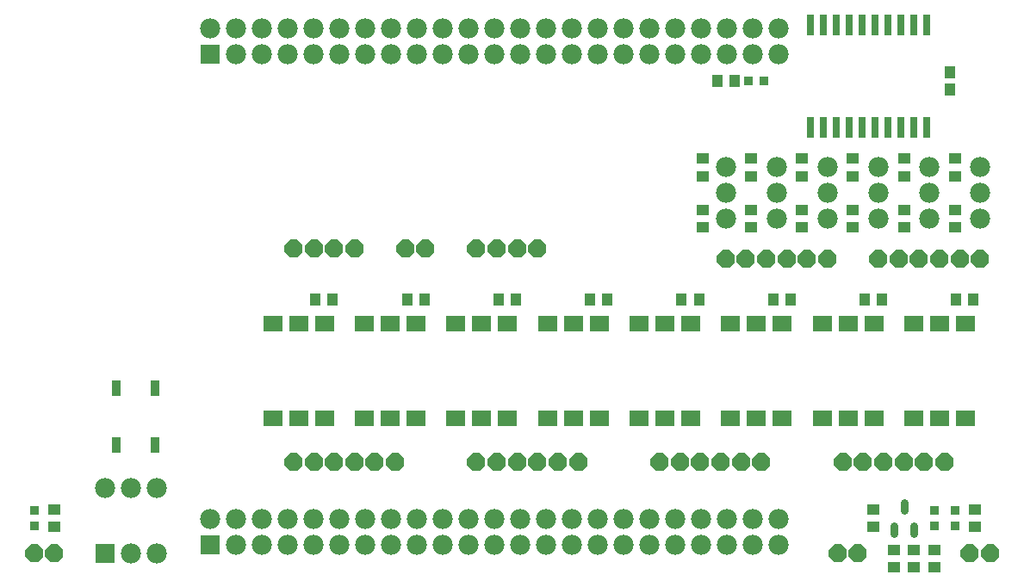
<source format=gts>
G75*
%MOIN*%
%OFA0B0*%
%FSLAX25Y25*%
%IPPOS*%
%LPD*%
%AMOC8*
5,1,8,0,0,1.08239X$1,22.5*
%
%ADD10OC8,0.07000*%
%ADD11R,0.07800X0.07800*%
%ADD12C,0.07800*%
%ADD13R,0.07408X0.06384*%
%ADD14R,0.04337X0.04731*%
%ADD15R,0.04731X0.04337*%
%ADD16R,0.03000X0.08400*%
%ADD17R,0.03550X0.03550*%
%ADD18C,0.02959*%
%ADD19R,0.03400X0.06400*%
D10*
X0016811Y0015272D03*
X0024685Y0015272D03*
X0117205Y0050705D03*
X0125079Y0050705D03*
X0132953Y0050705D03*
X0140827Y0050705D03*
X0148701Y0050705D03*
X0156575Y0050705D03*
X0188071Y0050705D03*
X0195945Y0050705D03*
X0203819Y0050705D03*
X0211693Y0050705D03*
X0219567Y0050705D03*
X0227441Y0050705D03*
X0258937Y0050705D03*
X0266811Y0050705D03*
X0274685Y0050705D03*
X0282559Y0050705D03*
X0290433Y0050705D03*
X0298307Y0050705D03*
X0329803Y0050705D03*
X0337677Y0050705D03*
X0345551Y0050705D03*
X0353425Y0050705D03*
X0361299Y0050705D03*
X0369173Y0050705D03*
X0379016Y0015272D03*
X0386890Y0015272D03*
X0335709Y0015272D03*
X0327835Y0015272D03*
X0323898Y0129445D03*
X0316024Y0129445D03*
X0308150Y0129445D03*
X0300276Y0129445D03*
X0292402Y0129445D03*
X0284528Y0129445D03*
X0343583Y0129445D03*
X0351457Y0129445D03*
X0359331Y0129445D03*
X0367205Y0129445D03*
X0375079Y0129445D03*
X0382953Y0129445D03*
X0211693Y0133382D03*
X0203819Y0133382D03*
X0195945Y0133382D03*
X0188071Y0133382D03*
X0168386Y0133382D03*
X0160512Y0133382D03*
X0140827Y0133382D03*
X0132953Y0133382D03*
X0125079Y0133382D03*
X0117205Y0133382D03*
D11*
X0085000Y0208835D03*
X0085000Y0018835D03*
X0044370Y0015272D03*
D12*
X0054370Y0015272D03*
X0064370Y0015272D03*
X0085000Y0028835D03*
X0095000Y0028835D03*
X0105000Y0028835D03*
X0115000Y0028835D03*
X0125000Y0028835D03*
X0135000Y0028835D03*
X0145000Y0028835D03*
X0155000Y0028835D03*
X0165000Y0028835D03*
X0175000Y0028835D03*
X0185000Y0028835D03*
X0195000Y0028835D03*
X0205000Y0028835D03*
X0215000Y0028835D03*
X0225000Y0028835D03*
X0235000Y0028835D03*
X0245000Y0028835D03*
X0255000Y0028835D03*
X0265000Y0028835D03*
X0275000Y0028835D03*
X0285000Y0028835D03*
X0295000Y0028835D03*
X0305000Y0028835D03*
X0305000Y0018835D03*
X0295000Y0018835D03*
X0285000Y0018835D03*
X0275000Y0018835D03*
X0265000Y0018835D03*
X0255000Y0018835D03*
X0245000Y0018835D03*
X0235000Y0018835D03*
X0225000Y0018835D03*
X0215000Y0018835D03*
X0205000Y0018835D03*
X0195000Y0018835D03*
X0185000Y0018835D03*
X0175000Y0018835D03*
X0165000Y0018835D03*
X0155000Y0018835D03*
X0145000Y0018835D03*
X0135000Y0018835D03*
X0125000Y0018835D03*
X0115000Y0018835D03*
X0105000Y0018835D03*
X0095000Y0018835D03*
X0064370Y0040862D03*
X0054370Y0040862D03*
X0044370Y0040862D03*
X0284528Y0145193D03*
X0284528Y0155193D03*
X0284528Y0165193D03*
X0304213Y0165193D03*
X0323898Y0165193D03*
X0323898Y0155193D03*
X0323898Y0145193D03*
X0304213Y0145193D03*
X0304213Y0155193D03*
X0343583Y0155193D03*
X0343583Y0145193D03*
X0363268Y0145193D03*
X0363268Y0155193D03*
X0363268Y0165193D03*
X0382953Y0165193D03*
X0382953Y0155193D03*
X0382953Y0145193D03*
X0343583Y0165193D03*
X0305000Y0208835D03*
X0295000Y0208835D03*
X0285000Y0208835D03*
X0275000Y0208835D03*
X0265000Y0208835D03*
X0255000Y0208835D03*
X0245000Y0208835D03*
X0235000Y0208835D03*
X0225000Y0208835D03*
X0215000Y0208835D03*
X0205000Y0208835D03*
X0195000Y0208835D03*
X0185000Y0208835D03*
X0175000Y0208835D03*
X0165000Y0208835D03*
X0155000Y0208835D03*
X0145000Y0208835D03*
X0135000Y0208835D03*
X0125000Y0208835D03*
X0115000Y0208835D03*
X0105000Y0208835D03*
X0095000Y0208835D03*
X0095000Y0218835D03*
X0085000Y0218835D03*
X0105000Y0218835D03*
X0115000Y0218835D03*
X0125000Y0218835D03*
X0135000Y0218835D03*
X0145000Y0218835D03*
X0155000Y0218835D03*
X0165000Y0218835D03*
X0175000Y0218835D03*
X0185000Y0218835D03*
X0195000Y0218835D03*
X0205000Y0218835D03*
X0215000Y0218835D03*
X0225000Y0218835D03*
X0235000Y0218835D03*
X0245000Y0218835D03*
X0255000Y0218835D03*
X0265000Y0218835D03*
X0275000Y0218835D03*
X0285000Y0218835D03*
X0295000Y0218835D03*
X0305000Y0218835D03*
D13*
X0306339Y0104425D03*
X0296339Y0104425D03*
X0286339Y0104425D03*
X0270906Y0104425D03*
X0260906Y0104425D03*
X0250906Y0104425D03*
X0235472Y0104425D03*
X0225472Y0104425D03*
X0215472Y0104425D03*
X0200039Y0104425D03*
X0190039Y0104425D03*
X0180039Y0104425D03*
X0164606Y0104425D03*
X0154606Y0104425D03*
X0144606Y0104425D03*
X0129173Y0104425D03*
X0119173Y0104425D03*
X0109173Y0104425D03*
X0109173Y0067850D03*
X0119173Y0067850D03*
X0129173Y0067850D03*
X0144606Y0067850D03*
X0154606Y0067850D03*
X0164606Y0067850D03*
X0180039Y0067850D03*
X0190039Y0067850D03*
X0200039Y0067850D03*
X0215472Y0067850D03*
X0225472Y0067850D03*
X0235472Y0067850D03*
X0250906Y0067850D03*
X0260906Y0067850D03*
X0270906Y0067850D03*
X0286339Y0067850D03*
X0296339Y0067850D03*
X0306339Y0067850D03*
X0321772Y0067850D03*
X0331772Y0067850D03*
X0341772Y0067850D03*
X0357205Y0067850D03*
X0367205Y0067850D03*
X0377205Y0067850D03*
X0377205Y0104425D03*
X0367205Y0104425D03*
X0357205Y0104425D03*
X0341772Y0104425D03*
X0331772Y0104425D03*
X0321772Y0104425D03*
D14*
X0309528Y0113697D03*
X0302835Y0113697D03*
X0274094Y0113697D03*
X0267402Y0113697D03*
X0238661Y0113697D03*
X0231969Y0113697D03*
X0203228Y0113697D03*
X0196535Y0113697D03*
X0167795Y0113697D03*
X0161102Y0113697D03*
X0132362Y0113697D03*
X0125669Y0113697D03*
X0281181Y0198343D03*
X0287874Y0198343D03*
X0371142Y0201689D03*
X0371142Y0194996D03*
X0373701Y0113697D03*
X0380394Y0113697D03*
X0344961Y0113697D03*
X0338268Y0113697D03*
D15*
X0333740Y0141846D03*
X0333740Y0148539D03*
X0333740Y0161531D03*
X0333740Y0168224D03*
X0314055Y0168224D03*
X0314055Y0161531D03*
X0314055Y0148539D03*
X0314055Y0141846D03*
X0294370Y0141846D03*
X0294370Y0148539D03*
X0294370Y0161531D03*
X0294370Y0168224D03*
X0275669Y0168224D03*
X0275669Y0161531D03*
X0275669Y0148539D03*
X0275669Y0141846D03*
X0353425Y0141846D03*
X0353425Y0148539D03*
X0353425Y0161531D03*
X0353425Y0168224D03*
X0373110Y0168224D03*
X0373110Y0161531D03*
X0373110Y0148539D03*
X0373110Y0141846D03*
X0380984Y0032398D03*
X0380984Y0025705D03*
X0365236Y0016650D03*
X0365236Y0009957D03*
X0357362Y0009957D03*
X0357362Y0016650D03*
X0349488Y0016650D03*
X0349488Y0009957D03*
X0341614Y0025705D03*
X0341614Y0032398D03*
X0024685Y0032398D03*
X0024685Y0025705D03*
D16*
X0317146Y0180511D03*
X0322146Y0180511D03*
X0327146Y0180511D03*
X0332146Y0180511D03*
X0337146Y0180511D03*
X0342146Y0180511D03*
X0347146Y0180511D03*
X0352146Y0180511D03*
X0357146Y0180511D03*
X0362146Y0180511D03*
X0362146Y0220111D03*
X0357146Y0220111D03*
X0352146Y0220111D03*
X0347146Y0220111D03*
X0342146Y0220111D03*
X0337146Y0220111D03*
X0332146Y0220111D03*
X0327146Y0220111D03*
X0322146Y0220111D03*
X0317146Y0220111D03*
D17*
X0299291Y0198343D03*
X0293386Y0198343D03*
X0365236Y0032004D03*
X0373110Y0032004D03*
X0373110Y0026098D03*
X0365236Y0026098D03*
X0016811Y0026098D03*
X0016811Y0032004D03*
D18*
X0349685Y0026001D02*
X0349685Y0026001D01*
X0349685Y0023047D01*
X0349685Y0023047D01*
X0349685Y0026001D01*
X0357165Y0026001D02*
X0357165Y0026001D01*
X0357165Y0023047D01*
X0357165Y0023047D01*
X0357165Y0026001D01*
X0353425Y0035056D02*
X0353425Y0035056D01*
X0353425Y0032102D01*
X0353425Y0032102D01*
X0353425Y0035056D01*
D19*
X0063681Y0057421D03*
X0048681Y0057421D03*
X0048681Y0079421D03*
X0063681Y0079421D03*
M02*

</source>
